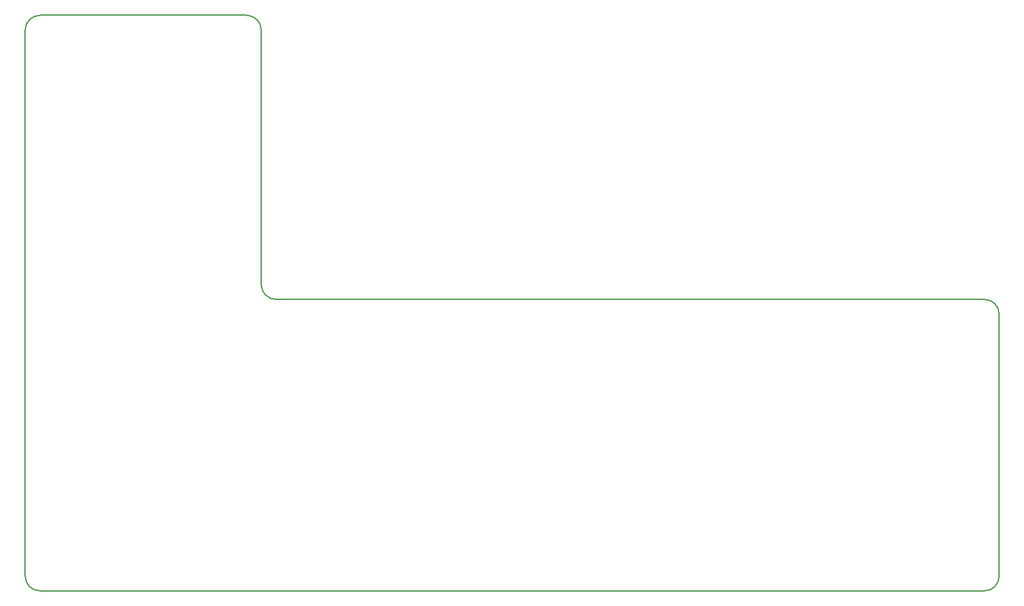
<source format=gbr>
%TF.GenerationSoftware,KiCad,Pcbnew,(6.0.4)*%
%TF.CreationDate,2022-10-14T21:38:42-05:00*%
%TF.ProjectId,Calculator_PCB _V2,43616c63-756c-4617-946f-725f50434220,rev?*%
%TF.SameCoordinates,Original*%
%TF.FileFunction,Profile,NP*%
%FSLAX46Y46*%
G04 Gerber Fmt 4.6, Leading zero omitted, Abs format (unit mm)*
G04 Created by KiCad (PCBNEW (6.0.4)) date 2022-10-14 21:38:42*
%MOMM*%
%LPD*%
G01*
G04 APERTURE LIST*
%TA.AperFunction,Profile*%
%ADD10C,0.200000*%
%TD*%
G04 APERTURE END LIST*
D10*
X79650000Y-142210000D02*
X207650000Y-142210000D01*
X207650000Y-142210000D02*
G75*
G03*
X209650000Y-140210000I0J2000000D01*
G01*
X109650000Y-100710000D02*
G75*
G03*
X111650000Y-102710000I2000100J100D01*
G01*
X109650000Y-100710000D02*
X109650000Y-98210000D01*
X109650000Y-66210000D02*
G75*
G03*
X107650000Y-64210000I-1999900J100D01*
G01*
X79650000Y-64210000D02*
G75*
G03*
X77650000Y-66210000I0J-2000000D01*
G01*
X111650000Y-102710000D02*
X207650000Y-102710000D01*
X77650000Y-140210000D02*
X77650000Y-66210000D01*
X209650000Y-104710000D02*
G75*
G03*
X207650000Y-102710000I-1999900J100D01*
G01*
X77650000Y-140210000D02*
G75*
G03*
X79650000Y-142210000I2000100J100D01*
G01*
X209650000Y-108210000D02*
X209650000Y-140210000D01*
X209650000Y-106210000D02*
X209650000Y-104710000D01*
X109650000Y-66210000D02*
X109650000Y-98210000D01*
X79650000Y-64210000D02*
X107650000Y-64210000D01*
X209650000Y-106210000D02*
X209650000Y-108210000D01*
M02*

</source>
